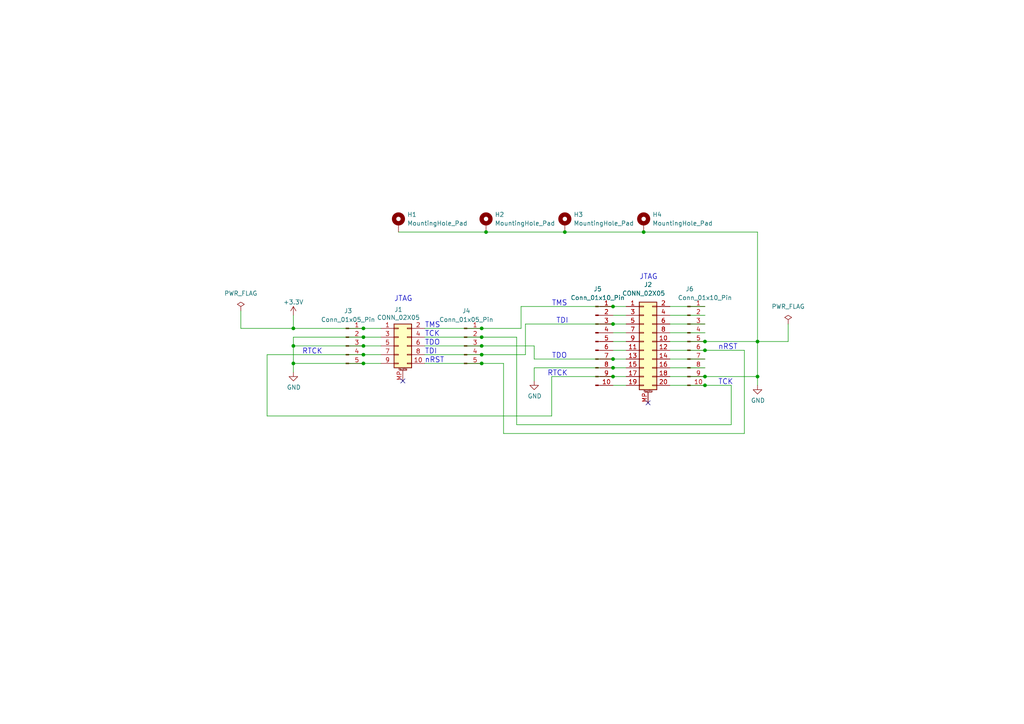
<source format=kicad_sch>
(kicad_sch (version 20230121) (generator eeschema)
  (paper "A4")
  (lib_symbols
    (symbol "Connector:Conn_01x05_Pin" (pin_names (offset 1.016) hide)
      (property "Reference" "J" (at 0 7.62 0))
      (property "Value" "Conn_01x05_Pin" (at 0 -7.62 0))
      (symbol "Conn_01x05_Pin_1_1"
        (polyline (pts (xy 1.27 -5.08) (xy 0.8636 -5.08)) (stroke (width 0.1524)))
        (polyline (pts (xy 1.27 -2.54) (xy 0.8636 -2.54)) (stroke (width 0.1524)))
        (polyline (pts (xy 1.27 0) (xy 0.8636 0)) (stroke (width 0.1524)))
        (polyline (pts (xy 1.27 2.54) (xy 0.8636 2.54)) (stroke (width 0.1524)))
        (polyline (pts (xy 1.27 5.08) (xy 0.8636 5.08)) (stroke (width 0.1524)))
        (rectangle (start 0.8636 -4.953) (end 0 -5.207) (stroke (width 0.1524)) (fill (type outline)))
        (rectangle (start 0.8636 -2.413) (end 0 -2.667) (stroke (width 0.1524)) (fill (type outline)))
        (rectangle (start 0.8636 0.127) (end 0 -0.127) (stroke (width 0.1524)) (fill (type outline)))
        (rectangle (start 0.8636 2.667) (end 0 2.413) (stroke (width 0.1524)) (fill (type outline)))
        (rectangle (start 0.8636 5.207) (end 0 4.953) (stroke (width 0.1524)) (fill (type outline)))
        (pin passive line (at 5.08 5.08 180) (length 3.81) (name "Pin_1") (number "1"))
        (pin passive line (at 5.08 2.54 180) (length 3.81) (name "Pin_2") (number "2"))
        (pin passive line (at 5.08 0 180) (length 3.81) (name "Pin_3") (number "3"))
        (pin passive line (at 5.08 -2.54 180) (length 3.81) (name "Pin_4") (number "4"))
        (pin passive line (at 5.08 -5.08 180) (length 3.81) (name "Pin_5") (number "5"))
      )
    )
    (symbol "Connector:Conn_01x10_Pin" (pin_names (offset 1.016) hide)
      (property "Reference" "J" (at 0 12.7 0))
      (property "Value" "Conn_01x10_Pin" (at 0 -15.24 0))
      (symbol "Conn_01x10_Pin_1_1"
        (polyline (pts (xy 1.27 -12.7) (xy 0.8636 -12.7)) (stroke (width 0.1524)))
        (polyline (pts (xy 1.27 -10.16) (xy 0.8636 -10.16)) (stroke (width 0.1524)))
        (polyline (pts (xy 1.27 -7.62) (xy 0.8636 -7.62)) (stroke (width 0.1524)))
        (polyline (pts (xy 1.27 -5.08) (xy 0.8636 -5.08)) (stroke (width 0.1524)))
        (polyline (pts (xy 1.27 -2.54) (xy 0.8636 -2.54)) (stroke (width 0.1524)))
        (polyline (pts (xy 1.27 0) (xy 0.8636 0)) (stroke (width 0.1524)))
        (polyline (pts (xy 1.27 2.54) (xy 0.8636 2.54)) (stroke (width 0.1524)))
        (polyline (pts (xy 1.27 5.08) (xy 0.8636 5.08)) (stroke (width 0.1524)))
        (polyline (pts (xy 1.27 7.62) (xy 0.8636 7.62)) (stroke (width 0.1524)))
        (polyline (pts (xy 1.27 10.16) (xy 0.8636 10.16)) (stroke (width 0.1524)))
        (rectangle (start 0.8636 -12.573) (end 0 -12.827) (stroke (width 0.1524)) (fill (type outline)))
        (rectangle (start 0.8636 -10.033) (end 0 -10.287) (stroke (width 0.1524)) (fill (type outline)))
        (rectangle (start 0.8636 -7.493) (end 0 -7.747) (stroke (width 0.1524)) (fill (type outline)))
        (rectangle (start 0.8636 -4.953) (end 0 -5.207) (stroke (width 0.1524)) (fill (type outline)))
        (rectangle (start 0.8636 -2.413) (end 0 -2.667) (stroke (width 0.1524)) (fill (type outline)))
        (rectangle (start 0.8636 0.127) (end 0 -0.127) (stroke (width 0.1524)) (fill (type outline)))
        (rectangle (start 0.8636 2.667) (end 0 2.413) (stroke (width 0.1524)) (fill (type outline)))
        (rectangle (start 0.8636 5.207) (end 0 4.953) (stroke (width 0.1524)) (fill (type outline)))
        (rectangle (start 0.8636 7.747) (end 0 7.493) (stroke (width 0.1524)) (fill (type outline)))
        (rectangle (start 0.8636 10.287) (end 0 10.033) (stroke (width 0.1524)) (fill (type outline)))
        (pin passive line (at 5.08 10.16 180) (length 3.81) (name "Pin_1") (number "1"))
        (pin passive line (at 5.08 -12.7 180) (length 3.81) (name "Pin_10") (number "10"))
        (pin passive line (at 5.08 7.62 180) (length 3.81) (name "Pin_2") (number "2"))
        (pin passive line (at 5.08 5.08 180) (length 3.81) (name "Pin_3") (number "3"))
        (pin passive line (at 5.08 2.54 180) (length 3.81) (name "Pin_4") (number "4"))
        (pin passive line (at 5.08 0 180) (length 3.81) (name "Pin_5") (number "5"))
        (pin passive line (at 5.08 -2.54 180) (length 3.81) (name "Pin_6") (number "6"))
        (pin passive line (at 5.08 -5.08 180) (length 3.81) (name "Pin_7") (number "7"))
        (pin passive line (at 5.08 -7.62 180) (length 3.81) (name "Pin_8") (number "8"))
        (pin passive line (at 5.08 -10.16 180) (length 3.81) (name "Pin_9") (number "9"))
      )
    )
    (symbol "Connector_Generic_MountingPin:Conn_02x05_Odd_Even_MountingPin" (pin_names (offset 1.016) hide)
      (property "Reference" "J" (at 1.27 7.62 0))
      (property "Value" "Conn_02x05_Odd_Even_MountingPin" (at 2.54 -7.62 0))
      (symbol "Conn_02x05_Odd_Even_MountingPin_1_1"
        (rectangle (start -1.27 -4.953) (end 0 -5.207) (stroke (width 0.1524)))
        (rectangle (start -1.27 -2.413) (end 0 -2.667) (stroke (width 0.1524)))
        (rectangle (start -1.27 0.127) (end 0 -0.127) (stroke (width 0.1524)))
        (rectangle (start -1.27 2.667) (end 0 2.413) (stroke (width 0.1524)))
        (rectangle (start -1.27 5.207) (end 0 4.953) (stroke (width 0.1524)))
        (rectangle (start -1.27 6.35) (end 3.81 -6.35) (stroke (width 0.254)) (fill (type background)))
        (polyline (pts (xy 0.254 -7.112) (xy 2.286 -7.112)) (stroke (width 0.1524)))
        (rectangle (start 3.81 -4.953) (end 2.54 -5.207) (stroke (width 0.1524)))
        (rectangle (start 3.81 -2.413) (end 2.54 -2.667) (stroke (width 0.1524)))
        (rectangle (start 3.81 0.127) (end 2.54 -0.127) (stroke (width 0.1524)))
        (rectangle (start 3.81 2.667) (end 2.54 2.413) (stroke (width 0.1524)))
        (rectangle (start 3.81 5.207) (end 2.54 4.953) (stroke (width 0.1524)))
        (text "Mounting" (at 1.27 -6.731 0) (effects (font (size 0.381 0.381))))
        (pin passive line (at -5.08 5.08 0) (length 3.81) (name "Pin_1") (number "1"))
        (pin passive line (at 7.62 -5.08 180) (length 3.81) (name "Pin_10") (number "10"))
        (pin passive line (at 7.62 5.08 180) (length 3.81) (name "Pin_2") (number "2"))
        (pin passive line (at -5.08 2.54 0) (length 3.81) (name "Pin_3") (number "3"))
        (pin passive line (at 7.62 2.54 180) (length 3.81) (name "Pin_4") (number "4"))
        (pin passive line (at -5.08 0 0) (length 3.81) (name "Pin_5") (number "5"))
        (pin passive line (at 7.62 0 180) (length 3.81) (name "Pin_6") (number "6"))
        (pin passive line (at -5.08 -2.54 0) (length 3.81) (name "Pin_7") (number "7"))
        (pin passive line (at 7.62 -2.54 180) (length 3.81) (name "Pin_8") (number "8"))
        (pin passive line (at -5.08 -5.08 0) (length 3.81) (name "Pin_9") (number "9"))
        (pin passive line (at 1.27 -10.16 90) (length 3.048) (name "MountPin") (number "MP"))
      )
    )
    (symbol "Connector_Generic_MountingPin:Conn_02x10_Odd_Even_MountingPin" (pin_names (offset 1.016) hide)
      (property "Reference" "J" (at 1.27 12.7 0))
      (property "Value" "Conn_02x10_Odd_Even_MountingPin" (at 2.54 -15.24 0))
      (symbol "Conn_02x10_Odd_Even_MountingPin_1_1"
        (rectangle (start -1.27 -12.573) (end 0 -12.827) (stroke (width 0.1524)))
        (rectangle (start -1.27 -10.033) (end 0 -10.287) (stroke (width 0.1524)))
        (rectangle (start -1.27 -7.493) (end 0 -7.747) (stroke (width 0.1524)))
        (rectangle (start -1.27 -4.953) (end 0 -5.207) (stroke (width 0.1524)))
        (rectangle (start -1.27 -2.413) (end 0 -2.667) (stroke (width 0.1524)))
        (rectangle (start -1.27 0.127) (end 0 -0.127) (stroke (width 0.1524)))
        (rectangle (start -1.27 2.667) (end 0 2.413) (stroke (width 0.1524)))
        (rectangle (start -1.27 5.207) (end 0 4.953) (stroke (width 0.1524)))
        (rectangle (start -1.27 7.747) (end 0 7.493) (stroke (width 0.1524)))
        (rectangle (start -1.27 10.287) (end 0 10.033) (stroke (width 0.1524)))
        (rectangle (start -1.27 11.43) (end 3.81 -13.97) (stroke (width 0.254)) (fill (type background)))
        (polyline (pts (xy 0.254 -14.732) (xy 2.286 -14.732)) (stroke (width 0.1524)))
        (rectangle (start 3.81 -12.573) (end 2.54 -12.827) (stroke (width 0.1524)))
        (rectangle (start 3.81 -10.033) (end 2.54 -10.287) (stroke (width 0.1524)))
        (rectangle (start 3.81 -7.493) (end 2.54 -7.747) (stroke (width 0.1524)))
        (rectangle (start 3.81 -4.953) (end 2.54 -5.207) (stroke (width 0.1524)))
        (rectangle (start 3.81 -2.413) (end 2.54 -2.667) (stroke (width 0.1524)))
        (rectangle (start 3.81 0.127) (end 2.54 -0.127) (stroke (width 0.1524)))
        (rectangle (start 3.81 2.667) (end 2.54 2.413) (stroke (width 0.1524)))
        (rectangle (start 3.81 5.207) (end 2.54 4.953) (stroke (width 0.1524)))
        (rectangle (start 3.81 7.747) (end 2.54 7.493) (stroke (width 0.1524)))
        (rectangle (start 3.81 10.287) (end 2.54 10.033) (stroke (width 0.1524)))
        (text "Mounting" (at 1.27 -14.351 0) (effects (font (size 0.381 0.381))))
        (pin passive line (at -5.08 10.16 0) (length 3.81) (name "Pin_1") (number "1"))
        (pin passive line (at 7.62 0 180) (length 3.81) (name "Pin_10") (number "10"))
        (pin passive line (at -5.08 -2.54 0) (length 3.81) (name "Pin_11") (number "11"))
        (pin passive line (at 7.62 -2.54 180) (length 3.81) (name "Pin_12") (number "12"))
        (pin passive line (at -5.08 -5.08 0) (length 3.81) (name "Pin_13") (number "13"))
        (pin passive line (at 7.62 -5.08 180) (length 3.81) (name "Pin_14") (number "14"))
        (pin passive line (at -5.08 -7.62 0) (length 3.81) (name "Pin_15") (number "15"))
        (pin passive line (at 7.62 -7.62 180) (length 3.81) (name "Pin_16") (number "16"))
        (pin passive line (at -5.08 -10.16 0) (length 3.81) (name "Pin_17") (number "17"))
        (pin passive line (at 7.62 -10.16 180) (length 3.81) (name "Pin_18") (number "18"))
        (pin passive line (at -5.08 -12.7 0) (length 3.81) (name "Pin_19") (number "19"))
        (pin passive line (at 7.62 10.16 180) (length 3.81) (name "Pin_2") (number "2"))
        (pin passive line (at 7.62 -12.7 180) (length 3.81) (name "Pin_20") (number "20"))
        (pin passive line (at -5.08 7.62 0) (length 3.81) (name "Pin_3") (number "3"))
        (pin passive line (at 7.62 7.62 180) (length 3.81) (name "Pin_4") (number "4"))
        (pin passive line (at -5.08 5.08 0) (length 3.81) (name "Pin_5") (number "5"))
        (pin passive line (at 7.62 5.08 180) (length 3.81) (name "Pin_6") (number "6"))
        (pin passive line (at -5.08 2.54 0) (length 3.81) (name "Pin_7") (number "7"))
        (pin passive line (at 7.62 2.54 180) (length 3.81) (name "Pin_8") (number "8"))
        (pin passive line (at -5.08 0 0) (length 3.81) (name "Pin_9") (number "9"))
        (pin passive line (at 1.27 -17.78 90) (length 3.048) (name "MountPin") (number "MP"))
      )
    )
    (symbol "Mechanical:MountingHole_Pad" (pin_numbers hide) (pin_names (offset 1.016) hide)
      (property "Reference" "H" (at 0 6.35 0))
      (property "Value" "MountingHole_Pad" (at 0 4.445 0))
      (symbol "MountingHole_Pad_0_1"
        (circle (center 0 1.27) (radius 1.27) (stroke (width 1.27)))
      )
      (symbol "MountingHole_Pad_1_1"
        (pin input line (at 0 -2.54 90) (length 2.54) (name "1") (number "1"))
      )
    )
    (symbol "power:+3.3V" (power) (pin_names (offset 0))
      (property "Value" "+3.3V" (at 0 3.556 0))
      (symbol "+3.3V_0_1"
        (polyline (pts (xy -0.762 1.27) (xy 0 2.54)))
        (polyline (pts (xy 0 0) (xy 0 2.54)))
        (polyline (pts (xy 0 2.54) (xy 0.762 1.27)))
      )
      (symbol "+3.3V_1_1"
        (pin power_in line (at 0 0 90) (length 0) hide (name "+3.3V") (number "1"))
      )
    )
    (symbol "power:GND" (power) (pin_names (offset 0))
      (property "Value" "GND" (at 0 -3.81 0))
      (symbol "GND_0_1"
        (polyline (pts (xy 0 0) (xy 0 -1.27) (xy 1.27 -1.27) (xy 0 -2.54) (xy -1.27 -1.27) (xy 0 -1.27)))
      )
      (symbol "GND_1_1"
        (pin power_in line (at 0 0 270) (length 0) hide (name "GND") (number "1"))
      )
    )
    (symbol "power:PWR_FLAG" (power) (pin_numbers hide) (pin_names (offset 0) hide)
      (property "Value" "PWR_FLAG" (at 0 3.81 0))
      (symbol "PWR_FLAG_0_0"
        (pin power_out line (at 0 0 90) (length 0) (name "pwr") (number "1"))
      )
      (symbol "PWR_FLAG_0_1"
        (polyline (pts (xy 0 0) (xy 0 1.27) (xy -1.016 1.905) (xy 0 2.54) (xy 1.016 1.905) (xy 0 1.27)))
      )
    )
  )
  (junction (at 139.7 102.87))
  (junction (at 186.69 67.31))
  (junction (at 177.8 93.98))
  (junction (at 177.8 104.14))
  (junction (at 139.7 105.41))
  (junction (at 177.8 88.9))
  (junction (at 204.47 109.22))
  (junction (at 105.41 105.41))
  (junction (at 204.47 99.06))
  (junction (at 105.41 100.33))
  (junction (at 105.41 97.79))
  (junction (at 85.09 100.33))
  (junction (at 139.7 100.33))
  (junction (at 219.71 99.06))
  (junction (at 219.71 109.22))
  (junction (at 204.47 101.6))
  (junction (at 105.41 102.87))
  (junction (at 163.83 67.31))
  (junction (at 85.09 95.25))
  (junction (at 140.97 67.31))
  (junction (at 139.7 97.79))
  (junction (at 177.8 106.68))
  (junction (at 204.47 111.76))
  (junction (at 177.8 109.22))
  (junction (at 85.09 105.41))
  (junction (at 105.41 95.25))
  (junction (at 139.7 95.25))
  (no_connect (at 187.96 116.84))
  (no_connect (at 116.84 110.49))
  (wire (pts (xy 85.09 95.25) (xy 85.09 91.44)))
  (wire (pts (xy 154.94 106.68) (xy 154.94 110.49)))
  (wire (pts (xy 123.19 100.33) (xy 139.7 100.33)))
  (wire (pts (xy 139.7 95.25) (xy 123.19 95.25)))
  (wire (pts (xy 204.47 99.06) (xy 219.71 99.06)))
  (wire (pts (xy 177.8 109.22) (xy 160.02 109.22)))
  (wire (pts (xy 105.41 105.41) (xy 110.49 105.41)))
  (wire (pts (xy 151.13 95.25) (xy 139.7 95.25)))
  (wire (pts (xy 177.8 111.76) (xy 181.61 111.76)))
  (wire (pts (xy 69.85 95.25) (xy 69.85 90.17)))
  (wire (pts (xy 163.83 67.31) (xy 186.69 67.31)))
  (wire (pts (xy 177.8 99.06) (xy 181.61 99.06)))
  (wire (pts (xy 215.9 125.73) (xy 146.05 125.73)))
  (wire (pts (xy 77.47 102.87) (xy 105.41 102.87)))
  (wire (pts (xy 152.4 93.98) (xy 152.4 102.87)))
  (wire (pts (xy 194.31 88.9) (xy 204.47 88.9)))
  (wire (pts (xy 219.71 99.06) (xy 219.71 109.22)))
  (wire (pts (xy 177.8 96.52) (xy 181.61 96.52)))
  (wire (pts (xy 85.09 97.79) (xy 85.09 100.33)))
  (wire (pts (xy 212.09 123.19) (xy 212.09 111.76)))
  (wire (pts (xy 105.41 97.79) (xy 110.49 97.79)))
  (wire (pts (xy 160.02 120.65) (xy 77.47 120.65)))
  (wire (pts (xy 77.47 102.87) (xy 77.47 120.65)))
  (wire (pts (xy 181.61 88.9) (xy 177.8 88.9)))
  (wire (pts (xy 85.09 100.33) (xy 85.09 105.41)))
  (wire (pts (xy 160.02 109.22) (xy 160.02 120.65)))
  (wire (pts (xy 85.09 105.41) (xy 105.41 105.41)))
  (wire (pts (xy 228.6 99.06) (xy 228.6 93.98)))
  (wire (pts (xy 204.47 111.76) (xy 212.09 111.76)))
  (wire (pts (xy 149.86 97.79) (xy 149.86 123.19)))
  (wire (pts (xy 123.19 97.79) (xy 139.7 97.79)))
  (wire (pts (xy 105.41 95.25) (xy 110.49 95.25)))
  (wire (pts (xy 219.71 99.06) (xy 228.6 99.06)))
  (wire (pts (xy 194.31 93.98) (xy 204.47 93.98)))
  (wire (pts (xy 85.09 105.41) (xy 85.09 107.95)))
  (wire (pts (xy 151.13 88.9) (xy 151.13 95.25)))
  (wire (pts (xy 85.09 100.33) (xy 105.41 100.33)))
  (wire (pts (xy 219.71 67.31) (xy 186.69 67.31)))
  (wire (pts (xy 194.31 106.68) (xy 204.47 106.68)))
  (wire (pts (xy 181.61 109.22) (xy 177.8 109.22)))
  (wire (pts (xy 105.41 100.33) (xy 110.49 100.33)))
  (wire (pts (xy 105.41 102.87) (xy 110.49 102.87)))
  (wire (pts (xy 219.71 99.06) (xy 219.71 67.31)))
  (wire (pts (xy 177.8 93.98) (xy 152.4 93.98)))
  (wire (pts (xy 85.09 95.25) (xy 105.41 95.25)))
  (wire (pts (xy 204.47 101.6) (xy 215.9 101.6)))
  (wire (pts (xy 139.7 97.79) (xy 149.86 97.79)))
  (wire (pts (xy 154.94 106.68) (xy 177.8 106.68)))
  (wire (pts (xy 85.09 97.79) (xy 105.41 97.79)))
  (wire (pts (xy 177.8 88.9) (xy 151.13 88.9)))
  (wire (pts (xy 181.61 93.98) (xy 177.8 93.98)))
  (wire (pts (xy 154.94 104.14) (xy 154.94 100.33)))
  (wire (pts (xy 85.09 95.25) (xy 69.85 95.25)))
  (wire (pts (xy 204.47 109.22) (xy 219.71 109.22)))
  (wire (pts (xy 194.31 91.44) (xy 204.47 91.44)))
  (wire (pts (xy 146.05 105.41) (xy 139.7 105.41)))
  (wire (pts (xy 139.7 105.41) (xy 123.19 105.41)))
  (wire (pts (xy 140.97 67.31) (xy 163.83 67.31)))
  (wire (pts (xy 177.8 106.68) (xy 181.61 106.68)))
  (wire (pts (xy 194.31 99.06) (xy 204.47 99.06)))
  (wire (pts (xy 146.05 125.73) (xy 146.05 105.41)))
  (wire (pts (xy 194.31 101.6) (xy 204.47 101.6)))
  (wire (pts (xy 194.31 96.52) (xy 204.47 96.52)))
  (wire (pts (xy 152.4 102.87) (xy 139.7 102.87)))
  (wire (pts (xy 194.31 104.14) (xy 204.47 104.14)))
  (wire (pts (xy 115.57 67.31) (xy 140.97 67.31)))
  (wire (pts (xy 139.7 102.87) (xy 123.19 102.87)))
  (wire (pts (xy 149.86 123.19) (xy 212.09 123.19)))
  (wire (pts (xy 219.71 109.22) (xy 219.71 111.76)))
  (wire (pts (xy 177.8 101.6) (xy 181.61 101.6)))
  (wire (pts (xy 194.31 111.76) (xy 204.47 111.76)))
  (wire (pts (xy 194.31 109.22) (xy 204.47 109.22)))
  (wire (pts (xy 215.9 101.6) (xy 215.9 125.73)))
  (wire (pts (xy 139.7 100.33) (xy 154.94 100.33)))
  (wire (pts (xy 181.61 104.14) (xy 177.8 104.14)))
  (wire (pts (xy 177.8 104.14) (xy 154.94 104.14)))
  (wire (pts (xy 177.8 91.44) (xy 181.61 91.44)))
  (text "TCK" (at 123.19 97.79 0) (effects (font (size 1.524 1.524)) (justify left bottom)))
  (text "TMS" (at 123.19 95.25 0) (effects (font (size 1.524 1.524)) (justify left bottom)))
  (text "TDO" (at 160.02 104.14 0) (effects (font (size 1.524 1.524)) (justify left bottom)))
  (text "RTCK" (at 87.63 102.87 0) (effects (font (size 1.524 1.524)) (justify left bottom)))
  (text "TCK" (at 208.28 111.76 0) (effects (font (size 1.524 1.524)) (justify left bottom)))
  (text "JTAG" (at 114.3 87.63 0) (effects (font (size 1.524 1.524)) (justify left bottom)))
  (text "TDO" (at 123.19 100.33 0) (effects (font (size 1.524 1.524)) (justify left bottom)))
  (text "TDI" (at 123.19 102.87 0) (effects (font (size 1.524 1.524)) (justify left bottom)))
  (text "nRST" (at 123.19 105.41 0) (effects (font (size 1.524 1.524)) (justify left bottom)))
  (text "JTAG" (at 185.42 81.28 0) (effects (font (size 1.524 1.524)) (justify left bottom)))
  (text "RTCK" (at 158.75 109.22 0) (effects (font (size 1.524 1.524)) (justify left bottom)))
  (text "TMS" (at 160.02 88.9 0) (effects (font (size 1.524 1.524)) (justify left bottom)))
  (text "TDI" (at 161.29 93.98 0) (effects (font (size 1.524 1.524)) (justify left bottom)))
  (text "nRST" (at 208.28 101.6 0) (effects (font (size 1.524 1.524)) (justify left bottom)))
  (symbol (lib_id "Connector:Conn_01x10_Pin") (at 199.39 99.06 0) (unit 1)
    (property "Reference" "J6" (at 200.025 83.82 0))
    (property "Value" "Conn_01x10_Pin" (at 204.47 86.36 0))
    (property "Footprint" "Connector_PinHeader_1.27mm:PinHeader_1x10_P1.27mm_Vertical" (effects hide))
  )
  (symbol (lib_id "Mechanical:MountingHole_Pad") (at 140.97 64.77 0) (unit 1)
    (property "Reference" "H2" (at 143.51 62.23 0) (effects (justify left)))
    (property "Value" "MountingHole_Pad" (at 143.51 64.77 0) (effects (justify left)))
    (property "Footprint" "MountingHole:MountingHole_3.2mm_M3_Pad_TopBottom" (effects hide))
  )
  (symbol (lib_id "Connector_Generic_MountingPin:Conn_02x10_Odd_Even_MountingPin") (at 186.69 99.06 0) (unit 1)
    (property "Reference" "J2" (at 187.96 82.55 0))
    (property "Value" "CONN_02X05" (at 186.69 85.09 0))
    (property "Footprint" "Connector_PinHeader_1.27mm:PinHeader_2x10_P1.27mm_Vertical" (effects hide))
  )
  (symbol (lib_id "Connector:Conn_01x05_Pin") (at 100.33 100.33 0) (unit 1)
    (property "Reference" "J3" (at 100.965 90.17 0))
    (property "Value" "Conn_01x05_Pin" (at 100.965 92.71 0))
    (property "Footprint" "Connector_PinHeader_1.27mm:PinHeader_1x05_P1.27mm_Vertical" (effects hide))
  )
  (symbol (lib_id "Mechanical:MountingHole_Pad") (at 115.57 64.77 0) (unit 1)
    (property "Reference" "H1" (at 118.11 62.23 0) (effects (justify left)))
    (property "Value" "MountingHole_Pad" (at 118.11 64.77 0) (effects (justify left)))
    (property "Footprint" "MountingHole:MountingHole_3.2mm_M3_Pad_TopBottom" (effects hide))
  )
  (symbol (lib_id "Connector_Generic_MountingPin:Conn_02x05_Odd_Even_MountingPin") (at 115.57 100.33 0) (unit 1)
    (property "Reference" "J1" (at 115.57 89.789 0))
    (property "Value" "CONN_02X05" (at 115.57 92.1004 0))
    (property "Footprint" "Connector_PinHeader_1.27mm:PinHeader_2x05_P1.27mm_Vertical" (effects hide))
  )
  (symbol (lib_id "Mechanical:MountingHole_Pad") (at 163.83 64.77 0) (unit 1)
    (property "Reference" "H3" (at 166.37 62.23 0) (effects (justify left)))
    (property "Value" "MountingHole_Pad" (at 166.37 64.77 0) (effects (justify left)))
    (property "Footprint" "MountingHole:MountingHole_3.2mm_M3_Pad_TopBottom" (effects hide))
  )
  (symbol (lib_id "power:PWR_FLAG") (at 228.6 93.98 0) (unit 1)
    (property "Reference" "#FLG01" (effects hide))
    (property "Value" "PWR_FLAG" (at 228.6 88.9 0))
  )
  (symbol (lib_id "Connector:Conn_01x05_Pin") (at 134.62 100.33 0) (unit 1)
    (property "Reference" "J4" (at 135.255 90.17 0))
    (property "Value" "Conn_01x05_Pin" (at 135.255 92.71 0))
    (property "Footprint" "Connector_PinHeader_1.27mm:PinHeader_1x05_P1.27mm_Vertical" (effects hide))
  )
  (symbol (lib_id "power:GND") (at 154.94 110.49 0) (unit 1)
    (property "Reference" "#PWR04" (effects hide))
    (property "Value" "GND" (at 155.067 114.8842 0))
  )
  (symbol (lib_id "power:GND") (at 85.09 107.95 0) (unit 1)
    (property "Reference" "#PWR02" (effects hide))
    (property "Value" "GND" (at 85.217 112.3442 0))
  )
  (symbol (lib_id "Mechanical:MountingHole_Pad") (at 186.69 64.77 0) (unit 1)
    (property "Reference" "H4" (at 189.23 62.23 0) (effects (justify left)))
    (property "Value" "MountingHole_Pad" (at 189.23 64.77 0) (effects (justify left)))
    (property "Footprint" "MountingHole:MountingHole_3.2mm_M3_Pad_TopBottom" (effects hide))
  )
  (symbol (lib_id "power:+3.3V") (at 85.09 91.44 0) (unit 1)
    (property "Reference" "#PWR01" (effects hide))
    (property "Value" "+3.3V" (at 85.09 87.63 0))
  )
  (symbol (lib_id "power:GND") (at 219.71 111.76 0) (unit 1)
    (property "Reference" "#PWR03" (effects hide))
    (property "Value" "GND" (at 219.837 116.1542 0))
  )
  (symbol (lib_id "power:PWR_FLAG") (at 69.85 90.17 0) (unit 1)
    (property "Reference" "#FLG02" (effects hide))
    (property "Value" "PWR_FLAG" (at 69.85 85.09 0))
  )
  (symbol (lib_id "Connector:Conn_01x10_Pin") (at 172.72 99.06 0) (unit 1)
    (property "Reference" "J5" (at 173.355 83.82 0))
    (property "Value" "Conn_01x10_Pin" (at 173.355 86.36 0))
    (property "Footprint" "Connector_PinHeader_1.27mm:PinHeader_1x10_P1.27mm_Vertical" (effects hide))
  )
)
</source>
